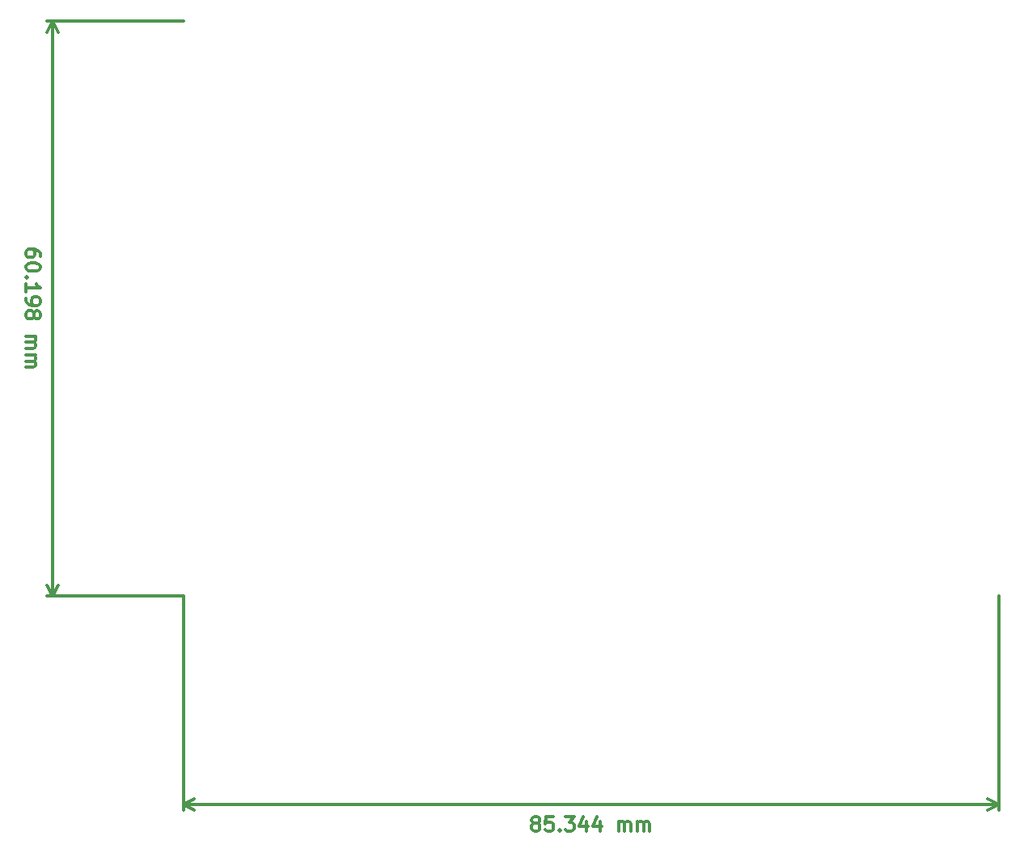
<source format=gbr>
G04 #@! TF.GenerationSoftware,KiCad,Pcbnew,5.0.2-bee76a0~70~ubuntu18.04.1*
G04 #@! TF.CreationDate,2019-01-20T23:04:17+00:00*
G04 #@! TF.ProjectId,Lcr_addon,4c63725f-6164-4646-9f6e-2e6b69636164,rev?*
G04 #@! TF.SameCoordinates,Original*
G04 #@! TF.FileFunction,Other,ECO2*
%FSLAX46Y46*%
G04 Gerber Fmt 4.6, Leading zero omitted, Abs format (unit mm)*
G04 Created by KiCad (PCBNEW 5.0.2-bee76a0~70~ubuntu18.04.1) date Sun 20 Jan 2019 23:04:17 GMT*
%MOMM*%
%LPD*%
G01*
G04 APERTURE LIST*
%ADD10C,0.300000*%
G04 APERTURE END LIST*
D10*
X73319428Y-135525428D02*
X73176571Y-135454000D01*
X73105142Y-135382571D01*
X73033714Y-135239714D01*
X73033714Y-135168285D01*
X73105142Y-135025428D01*
X73176571Y-134954000D01*
X73319428Y-134882571D01*
X73605142Y-134882571D01*
X73748000Y-134954000D01*
X73819428Y-135025428D01*
X73890857Y-135168285D01*
X73890857Y-135239714D01*
X73819428Y-135382571D01*
X73748000Y-135454000D01*
X73605142Y-135525428D01*
X73319428Y-135525428D01*
X73176571Y-135596857D01*
X73105142Y-135668285D01*
X73033714Y-135811142D01*
X73033714Y-136096857D01*
X73105142Y-136239714D01*
X73176571Y-136311142D01*
X73319428Y-136382571D01*
X73605142Y-136382571D01*
X73748000Y-136311142D01*
X73819428Y-136239714D01*
X73890857Y-136096857D01*
X73890857Y-135811142D01*
X73819428Y-135668285D01*
X73748000Y-135596857D01*
X73605142Y-135525428D01*
X75248000Y-134882571D02*
X74533714Y-134882571D01*
X74462285Y-135596857D01*
X74533714Y-135525428D01*
X74676571Y-135454000D01*
X75033714Y-135454000D01*
X75176571Y-135525428D01*
X75248000Y-135596857D01*
X75319428Y-135739714D01*
X75319428Y-136096857D01*
X75248000Y-136239714D01*
X75176571Y-136311142D01*
X75033714Y-136382571D01*
X74676571Y-136382571D01*
X74533714Y-136311142D01*
X74462285Y-136239714D01*
X75962285Y-136239714D02*
X76033714Y-136311142D01*
X75962285Y-136382571D01*
X75890857Y-136311142D01*
X75962285Y-136239714D01*
X75962285Y-136382571D01*
X76533714Y-134882571D02*
X77462285Y-134882571D01*
X76962285Y-135454000D01*
X77176571Y-135454000D01*
X77319428Y-135525428D01*
X77390857Y-135596857D01*
X77462285Y-135739714D01*
X77462285Y-136096857D01*
X77390857Y-136239714D01*
X77319428Y-136311142D01*
X77176571Y-136382571D01*
X76748000Y-136382571D01*
X76605142Y-136311142D01*
X76533714Y-136239714D01*
X78748000Y-135382571D02*
X78748000Y-136382571D01*
X78390857Y-134811142D02*
X78033714Y-135882571D01*
X78962285Y-135882571D01*
X80176571Y-135382571D02*
X80176571Y-136382571D01*
X79819428Y-134811142D02*
X79462285Y-135882571D01*
X80390857Y-135882571D01*
X82105142Y-136382571D02*
X82105142Y-135382571D01*
X82105142Y-135525428D02*
X82176571Y-135454000D01*
X82319428Y-135382571D01*
X82533714Y-135382571D01*
X82676571Y-135454000D01*
X82748000Y-135596857D01*
X82748000Y-136382571D01*
X82748000Y-135596857D02*
X82819428Y-135454000D01*
X82962285Y-135382571D01*
X83176571Y-135382571D01*
X83319428Y-135454000D01*
X83390857Y-135596857D01*
X83390857Y-136382571D01*
X84105142Y-136382571D02*
X84105142Y-135382571D01*
X84105142Y-135525428D02*
X84176571Y-135454000D01*
X84319428Y-135382571D01*
X84533714Y-135382571D01*
X84676571Y-135454000D01*
X84748000Y-135596857D01*
X84748000Y-136382571D01*
X84748000Y-135596857D02*
X84819428Y-135454000D01*
X84962285Y-135382571D01*
X85176571Y-135382571D01*
X85319428Y-135454000D01*
X85390857Y-135596857D01*
X85390857Y-136382571D01*
X36576000Y-133604000D02*
X121920000Y-133604000D01*
X36576000Y-111760000D02*
X36576000Y-134190421D01*
X121920000Y-111760000D02*
X121920000Y-134190421D01*
X121920000Y-133604000D02*
X120793496Y-134190421D01*
X121920000Y-133604000D02*
X120793496Y-133017579D01*
X36576000Y-133604000D02*
X37702504Y-134190421D01*
X36576000Y-133604000D02*
X37702504Y-133017579D01*
X21581428Y-76161000D02*
X21581428Y-75875285D01*
X21510000Y-75732428D01*
X21438571Y-75661000D01*
X21224285Y-75518142D01*
X20938571Y-75446714D01*
X20367142Y-75446714D01*
X20224285Y-75518142D01*
X20152857Y-75589571D01*
X20081428Y-75732428D01*
X20081428Y-76018142D01*
X20152857Y-76161000D01*
X20224285Y-76232428D01*
X20367142Y-76303857D01*
X20724285Y-76303857D01*
X20867142Y-76232428D01*
X20938571Y-76161000D01*
X21010000Y-76018142D01*
X21010000Y-75732428D01*
X20938571Y-75589571D01*
X20867142Y-75518142D01*
X20724285Y-75446714D01*
X21581428Y-77232428D02*
X21581428Y-77375285D01*
X21510000Y-77518142D01*
X21438571Y-77589571D01*
X21295714Y-77661000D01*
X21010000Y-77732428D01*
X20652857Y-77732428D01*
X20367142Y-77661000D01*
X20224285Y-77589571D01*
X20152857Y-77518142D01*
X20081428Y-77375285D01*
X20081428Y-77232428D01*
X20152857Y-77089571D01*
X20224285Y-77018142D01*
X20367142Y-76946714D01*
X20652857Y-76875285D01*
X21010000Y-76875285D01*
X21295714Y-76946714D01*
X21438571Y-77018142D01*
X21510000Y-77089571D01*
X21581428Y-77232428D01*
X20224285Y-78375285D02*
X20152857Y-78446714D01*
X20081428Y-78375285D01*
X20152857Y-78303857D01*
X20224285Y-78375285D01*
X20081428Y-78375285D01*
X20081428Y-79875285D02*
X20081428Y-79018142D01*
X20081428Y-79446714D02*
X21581428Y-79446714D01*
X21367142Y-79303857D01*
X21224285Y-79161000D01*
X21152857Y-79018142D01*
X20081428Y-80589571D02*
X20081428Y-80875285D01*
X20152857Y-81018142D01*
X20224285Y-81089571D01*
X20438571Y-81232428D01*
X20724285Y-81303857D01*
X21295714Y-81303857D01*
X21438571Y-81232428D01*
X21510000Y-81161000D01*
X21581428Y-81018142D01*
X21581428Y-80732428D01*
X21510000Y-80589571D01*
X21438571Y-80518142D01*
X21295714Y-80446714D01*
X20938571Y-80446714D01*
X20795714Y-80518142D01*
X20724285Y-80589571D01*
X20652857Y-80732428D01*
X20652857Y-81018142D01*
X20724285Y-81161000D01*
X20795714Y-81232428D01*
X20938571Y-81303857D01*
X20938571Y-82161000D02*
X21010000Y-82018142D01*
X21081428Y-81946714D01*
X21224285Y-81875285D01*
X21295714Y-81875285D01*
X21438571Y-81946714D01*
X21510000Y-82018142D01*
X21581428Y-82161000D01*
X21581428Y-82446714D01*
X21510000Y-82589571D01*
X21438571Y-82661000D01*
X21295714Y-82732428D01*
X21224285Y-82732428D01*
X21081428Y-82661000D01*
X21010000Y-82589571D01*
X20938571Y-82446714D01*
X20938571Y-82161000D01*
X20867142Y-82018142D01*
X20795714Y-81946714D01*
X20652857Y-81875285D01*
X20367142Y-81875285D01*
X20224285Y-81946714D01*
X20152857Y-82018142D01*
X20081428Y-82161000D01*
X20081428Y-82446714D01*
X20152857Y-82589571D01*
X20224285Y-82661000D01*
X20367142Y-82732428D01*
X20652857Y-82732428D01*
X20795714Y-82661000D01*
X20867142Y-82589571D01*
X20938571Y-82446714D01*
X20081428Y-84518142D02*
X21081428Y-84518142D01*
X20938571Y-84518142D02*
X21010000Y-84589571D01*
X21081428Y-84732428D01*
X21081428Y-84946714D01*
X21010000Y-85089571D01*
X20867142Y-85161000D01*
X20081428Y-85161000D01*
X20867142Y-85161000D02*
X21010000Y-85232428D01*
X21081428Y-85375285D01*
X21081428Y-85589571D01*
X21010000Y-85732428D01*
X20867142Y-85803857D01*
X20081428Y-85803857D01*
X20081428Y-86518142D02*
X21081428Y-86518142D01*
X20938571Y-86518142D02*
X21010000Y-86589571D01*
X21081428Y-86732428D01*
X21081428Y-86946714D01*
X21010000Y-87089571D01*
X20867142Y-87161000D01*
X20081428Y-87161000D01*
X20867142Y-87161000D02*
X21010000Y-87232428D01*
X21081428Y-87375285D01*
X21081428Y-87589571D01*
X21010000Y-87732428D01*
X20867142Y-87803857D01*
X20081428Y-87803857D01*
X22860000Y-51562000D02*
X22860000Y-111760000D01*
X36576000Y-51562000D02*
X22273579Y-51562000D01*
X36576000Y-111760000D02*
X22273579Y-111760000D01*
X22860000Y-111760000D02*
X22273579Y-110633496D01*
X22860000Y-111760000D02*
X23446421Y-110633496D01*
X22860000Y-51562000D02*
X22273579Y-52688504D01*
X22860000Y-51562000D02*
X23446421Y-52688504D01*
M02*

</source>
